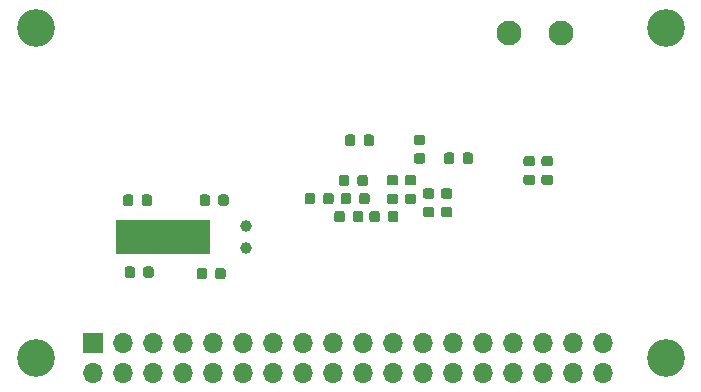
<source format=gbs>
G04 #@! TF.GenerationSoftware,KiCad,Pcbnew,(5.0.0)*
G04 #@! TF.CreationDate,2018-09-15T00:01:03-04:00*
G04 #@! TF.ProjectId,EFMPod,45464D506F642E6B696361645F706362,rev?*
G04 #@! TF.SameCoordinates,Original*
G04 #@! TF.FileFunction,Soldermask,Bot*
G04 #@! TF.FilePolarity,Negative*
%FSLAX46Y46*%
G04 Gerber Fmt 4.6, Leading zero omitted, Abs format (unit mm)*
G04 Created by KiCad (PCBNEW (5.0.0)) date 09/15/18 00:01:03*
%MOMM*%
%LPD*%
G01*
G04 APERTURE LIST*
%ADD10C,0.100000*%
%ADD11C,0.875000*%
%ADD12R,1.700000X1.700000*%
%ADD13O,1.700000X1.700000*%
%ADD14C,1.000000*%
%ADD15R,8.000000X3.000000*%
%ADD16C,2.100000*%
%ADD17C,3.200000*%
G04 APERTURE END LIST*
D10*
G04 #@! TO.C,C1*
G36*
X139330691Y-91347053D02*
X139351926Y-91350203D01*
X139372750Y-91355419D01*
X139392962Y-91362651D01*
X139412368Y-91371830D01*
X139430781Y-91382866D01*
X139448024Y-91395654D01*
X139463930Y-91410070D01*
X139478346Y-91425976D01*
X139491134Y-91443219D01*
X139502170Y-91461632D01*
X139511349Y-91481038D01*
X139518581Y-91501250D01*
X139523797Y-91522074D01*
X139526947Y-91543309D01*
X139528000Y-91564750D01*
X139528000Y-92077250D01*
X139526947Y-92098691D01*
X139523797Y-92119926D01*
X139518581Y-92140750D01*
X139511349Y-92160962D01*
X139502170Y-92180368D01*
X139491134Y-92198781D01*
X139478346Y-92216024D01*
X139463930Y-92231930D01*
X139448024Y-92246346D01*
X139430781Y-92259134D01*
X139412368Y-92270170D01*
X139392962Y-92279349D01*
X139372750Y-92286581D01*
X139351926Y-92291797D01*
X139330691Y-92294947D01*
X139309250Y-92296000D01*
X138871750Y-92296000D01*
X138850309Y-92294947D01*
X138829074Y-92291797D01*
X138808250Y-92286581D01*
X138788038Y-92279349D01*
X138768632Y-92270170D01*
X138750219Y-92259134D01*
X138732976Y-92246346D01*
X138717070Y-92231930D01*
X138702654Y-92216024D01*
X138689866Y-92198781D01*
X138678830Y-92180368D01*
X138669651Y-92160962D01*
X138662419Y-92140750D01*
X138657203Y-92119926D01*
X138654053Y-92098691D01*
X138653000Y-92077250D01*
X138653000Y-91564750D01*
X138654053Y-91543309D01*
X138657203Y-91522074D01*
X138662419Y-91501250D01*
X138669651Y-91481038D01*
X138678830Y-91461632D01*
X138689866Y-91443219D01*
X138702654Y-91425976D01*
X138717070Y-91410070D01*
X138732976Y-91395654D01*
X138750219Y-91382866D01*
X138768632Y-91371830D01*
X138788038Y-91362651D01*
X138808250Y-91355419D01*
X138829074Y-91350203D01*
X138850309Y-91347053D01*
X138871750Y-91346000D01*
X139309250Y-91346000D01*
X139330691Y-91347053D01*
X139330691Y-91347053D01*
G37*
D11*
X139090500Y-91821000D03*
D10*
G36*
X137755691Y-91347053D02*
X137776926Y-91350203D01*
X137797750Y-91355419D01*
X137817962Y-91362651D01*
X137837368Y-91371830D01*
X137855781Y-91382866D01*
X137873024Y-91395654D01*
X137888930Y-91410070D01*
X137903346Y-91425976D01*
X137916134Y-91443219D01*
X137927170Y-91461632D01*
X137936349Y-91481038D01*
X137943581Y-91501250D01*
X137948797Y-91522074D01*
X137951947Y-91543309D01*
X137953000Y-91564750D01*
X137953000Y-92077250D01*
X137951947Y-92098691D01*
X137948797Y-92119926D01*
X137943581Y-92140750D01*
X137936349Y-92160962D01*
X137927170Y-92180368D01*
X137916134Y-92198781D01*
X137903346Y-92216024D01*
X137888930Y-92231930D01*
X137873024Y-92246346D01*
X137855781Y-92259134D01*
X137837368Y-92270170D01*
X137817962Y-92279349D01*
X137797750Y-92286581D01*
X137776926Y-92291797D01*
X137755691Y-92294947D01*
X137734250Y-92296000D01*
X137296750Y-92296000D01*
X137275309Y-92294947D01*
X137254074Y-92291797D01*
X137233250Y-92286581D01*
X137213038Y-92279349D01*
X137193632Y-92270170D01*
X137175219Y-92259134D01*
X137157976Y-92246346D01*
X137142070Y-92231930D01*
X137127654Y-92216024D01*
X137114866Y-92198781D01*
X137103830Y-92180368D01*
X137094651Y-92160962D01*
X137087419Y-92140750D01*
X137082203Y-92119926D01*
X137079053Y-92098691D01*
X137078000Y-92077250D01*
X137078000Y-91564750D01*
X137079053Y-91543309D01*
X137082203Y-91522074D01*
X137087419Y-91501250D01*
X137094651Y-91481038D01*
X137103830Y-91461632D01*
X137114866Y-91443219D01*
X137127654Y-91425976D01*
X137142070Y-91410070D01*
X137157976Y-91395654D01*
X137175219Y-91382866D01*
X137193632Y-91371830D01*
X137213038Y-91362651D01*
X137233250Y-91355419D01*
X137254074Y-91350203D01*
X137275309Y-91347053D01*
X137296750Y-91346000D01*
X137734250Y-91346000D01*
X137755691Y-91347053D01*
X137755691Y-91347053D01*
G37*
D11*
X137515500Y-91821000D03*
G04 #@! TD*
D10*
G04 #@! TO.C,C5*
G36*
X163091691Y-86304553D02*
X163112926Y-86307703D01*
X163133750Y-86312919D01*
X163153962Y-86320151D01*
X163173368Y-86329330D01*
X163191781Y-86340366D01*
X163209024Y-86353154D01*
X163224930Y-86367570D01*
X163239346Y-86383476D01*
X163252134Y-86400719D01*
X163263170Y-86419132D01*
X163272349Y-86438538D01*
X163279581Y-86458750D01*
X163284797Y-86479574D01*
X163287947Y-86500809D01*
X163289000Y-86522250D01*
X163289000Y-86959750D01*
X163287947Y-86981191D01*
X163284797Y-87002426D01*
X163279581Y-87023250D01*
X163272349Y-87043462D01*
X163263170Y-87062868D01*
X163252134Y-87081281D01*
X163239346Y-87098524D01*
X163224930Y-87114430D01*
X163209024Y-87128846D01*
X163191781Y-87141634D01*
X163173368Y-87152670D01*
X163153962Y-87161849D01*
X163133750Y-87169081D01*
X163112926Y-87174297D01*
X163091691Y-87177447D01*
X163070250Y-87178500D01*
X162557750Y-87178500D01*
X162536309Y-87177447D01*
X162515074Y-87174297D01*
X162494250Y-87169081D01*
X162474038Y-87161849D01*
X162454632Y-87152670D01*
X162436219Y-87141634D01*
X162418976Y-87128846D01*
X162403070Y-87114430D01*
X162388654Y-87098524D01*
X162375866Y-87081281D01*
X162364830Y-87062868D01*
X162355651Y-87043462D01*
X162348419Y-87023250D01*
X162343203Y-87002426D01*
X162340053Y-86981191D01*
X162339000Y-86959750D01*
X162339000Y-86522250D01*
X162340053Y-86500809D01*
X162343203Y-86479574D01*
X162348419Y-86458750D01*
X162355651Y-86438538D01*
X162364830Y-86419132D01*
X162375866Y-86400719D01*
X162388654Y-86383476D01*
X162403070Y-86367570D01*
X162418976Y-86353154D01*
X162436219Y-86340366D01*
X162454632Y-86329330D01*
X162474038Y-86320151D01*
X162494250Y-86312919D01*
X162515074Y-86307703D01*
X162536309Y-86304553D01*
X162557750Y-86303500D01*
X163070250Y-86303500D01*
X163091691Y-86304553D01*
X163091691Y-86304553D01*
G37*
D11*
X162814000Y-86741000D03*
D10*
G36*
X163091691Y-84729553D02*
X163112926Y-84732703D01*
X163133750Y-84737919D01*
X163153962Y-84745151D01*
X163173368Y-84754330D01*
X163191781Y-84765366D01*
X163209024Y-84778154D01*
X163224930Y-84792570D01*
X163239346Y-84808476D01*
X163252134Y-84825719D01*
X163263170Y-84844132D01*
X163272349Y-84863538D01*
X163279581Y-84883750D01*
X163284797Y-84904574D01*
X163287947Y-84925809D01*
X163289000Y-84947250D01*
X163289000Y-85384750D01*
X163287947Y-85406191D01*
X163284797Y-85427426D01*
X163279581Y-85448250D01*
X163272349Y-85468462D01*
X163263170Y-85487868D01*
X163252134Y-85506281D01*
X163239346Y-85523524D01*
X163224930Y-85539430D01*
X163209024Y-85553846D01*
X163191781Y-85566634D01*
X163173368Y-85577670D01*
X163153962Y-85586849D01*
X163133750Y-85594081D01*
X163112926Y-85599297D01*
X163091691Y-85602447D01*
X163070250Y-85603500D01*
X162557750Y-85603500D01*
X162536309Y-85602447D01*
X162515074Y-85599297D01*
X162494250Y-85594081D01*
X162474038Y-85586849D01*
X162454632Y-85577670D01*
X162436219Y-85566634D01*
X162418976Y-85553846D01*
X162403070Y-85539430D01*
X162388654Y-85523524D01*
X162375866Y-85506281D01*
X162364830Y-85487868D01*
X162355651Y-85468462D01*
X162348419Y-85448250D01*
X162343203Y-85427426D01*
X162340053Y-85406191D01*
X162339000Y-85384750D01*
X162339000Y-84947250D01*
X162340053Y-84925809D01*
X162343203Y-84904574D01*
X162348419Y-84883750D01*
X162355651Y-84863538D01*
X162364830Y-84844132D01*
X162375866Y-84825719D01*
X162388654Y-84808476D01*
X162403070Y-84792570D01*
X162418976Y-84778154D01*
X162436219Y-84765366D01*
X162454632Y-84754330D01*
X162474038Y-84745151D01*
X162494250Y-84737919D01*
X162515074Y-84732703D01*
X162536309Y-84729553D01*
X162557750Y-84728500D01*
X163070250Y-84728500D01*
X163091691Y-84729553D01*
X163091691Y-84729553D01*
G37*
D11*
X162814000Y-85166000D03*
G04 #@! TD*
D10*
G04 #@! TO.C,C6*
G36*
X152995691Y-85124053D02*
X153016926Y-85127203D01*
X153037750Y-85132419D01*
X153057962Y-85139651D01*
X153077368Y-85148830D01*
X153095781Y-85159866D01*
X153113024Y-85172654D01*
X153128930Y-85187070D01*
X153143346Y-85202976D01*
X153156134Y-85220219D01*
X153167170Y-85238632D01*
X153176349Y-85258038D01*
X153183581Y-85278250D01*
X153188797Y-85299074D01*
X153191947Y-85320309D01*
X153193000Y-85341750D01*
X153193000Y-85854250D01*
X153191947Y-85875691D01*
X153188797Y-85896926D01*
X153183581Y-85917750D01*
X153176349Y-85937962D01*
X153167170Y-85957368D01*
X153156134Y-85975781D01*
X153143346Y-85993024D01*
X153128930Y-86008930D01*
X153113024Y-86023346D01*
X153095781Y-86036134D01*
X153077368Y-86047170D01*
X153057962Y-86056349D01*
X153037750Y-86063581D01*
X153016926Y-86068797D01*
X152995691Y-86071947D01*
X152974250Y-86073000D01*
X152536750Y-86073000D01*
X152515309Y-86071947D01*
X152494074Y-86068797D01*
X152473250Y-86063581D01*
X152453038Y-86056349D01*
X152433632Y-86047170D01*
X152415219Y-86036134D01*
X152397976Y-86023346D01*
X152382070Y-86008930D01*
X152367654Y-85993024D01*
X152354866Y-85975781D01*
X152343830Y-85957368D01*
X152334651Y-85937962D01*
X152327419Y-85917750D01*
X152322203Y-85896926D01*
X152319053Y-85875691D01*
X152318000Y-85854250D01*
X152318000Y-85341750D01*
X152319053Y-85320309D01*
X152322203Y-85299074D01*
X152327419Y-85278250D01*
X152334651Y-85258038D01*
X152343830Y-85238632D01*
X152354866Y-85220219D01*
X152367654Y-85202976D01*
X152382070Y-85187070D01*
X152397976Y-85172654D01*
X152415219Y-85159866D01*
X152433632Y-85148830D01*
X152453038Y-85139651D01*
X152473250Y-85132419D01*
X152494074Y-85127203D01*
X152515309Y-85124053D01*
X152536750Y-85123000D01*
X152974250Y-85123000D01*
X152995691Y-85124053D01*
X152995691Y-85124053D01*
G37*
D11*
X152755500Y-85598000D03*
D10*
G36*
X154570691Y-85124053D02*
X154591926Y-85127203D01*
X154612750Y-85132419D01*
X154632962Y-85139651D01*
X154652368Y-85148830D01*
X154670781Y-85159866D01*
X154688024Y-85172654D01*
X154703930Y-85187070D01*
X154718346Y-85202976D01*
X154731134Y-85220219D01*
X154742170Y-85238632D01*
X154751349Y-85258038D01*
X154758581Y-85278250D01*
X154763797Y-85299074D01*
X154766947Y-85320309D01*
X154768000Y-85341750D01*
X154768000Y-85854250D01*
X154766947Y-85875691D01*
X154763797Y-85896926D01*
X154758581Y-85917750D01*
X154751349Y-85937962D01*
X154742170Y-85957368D01*
X154731134Y-85975781D01*
X154718346Y-85993024D01*
X154703930Y-86008930D01*
X154688024Y-86023346D01*
X154670781Y-86036134D01*
X154652368Y-86047170D01*
X154632962Y-86056349D01*
X154612750Y-86063581D01*
X154591926Y-86068797D01*
X154570691Y-86071947D01*
X154549250Y-86073000D01*
X154111750Y-86073000D01*
X154090309Y-86071947D01*
X154069074Y-86068797D01*
X154048250Y-86063581D01*
X154028038Y-86056349D01*
X154008632Y-86047170D01*
X153990219Y-86036134D01*
X153972976Y-86023346D01*
X153957070Y-86008930D01*
X153942654Y-85993024D01*
X153929866Y-85975781D01*
X153918830Y-85957368D01*
X153909651Y-85937962D01*
X153902419Y-85917750D01*
X153897203Y-85896926D01*
X153894053Y-85875691D01*
X153893000Y-85854250D01*
X153893000Y-85341750D01*
X153894053Y-85320309D01*
X153897203Y-85299074D01*
X153902419Y-85278250D01*
X153909651Y-85258038D01*
X153918830Y-85238632D01*
X153929866Y-85220219D01*
X153942654Y-85202976D01*
X153957070Y-85187070D01*
X153972976Y-85172654D01*
X153990219Y-85159866D01*
X154008632Y-85148830D01*
X154028038Y-85139651D01*
X154048250Y-85132419D01*
X154069074Y-85127203D01*
X154090309Y-85124053D01*
X154111750Y-85123000D01*
X154549250Y-85123000D01*
X154570691Y-85124053D01*
X154570691Y-85124053D01*
G37*
D11*
X154330500Y-85598000D03*
G04 #@! TD*
D10*
G04 #@! TO.C,C7*
G36*
X160043691Y-85187053D02*
X160064926Y-85190203D01*
X160085750Y-85195419D01*
X160105962Y-85202651D01*
X160125368Y-85211830D01*
X160143781Y-85222866D01*
X160161024Y-85235654D01*
X160176930Y-85250070D01*
X160191346Y-85265976D01*
X160204134Y-85283219D01*
X160215170Y-85301632D01*
X160224349Y-85321038D01*
X160231581Y-85341250D01*
X160236797Y-85362074D01*
X160239947Y-85383309D01*
X160241000Y-85404750D01*
X160241000Y-85842250D01*
X160239947Y-85863691D01*
X160236797Y-85884926D01*
X160231581Y-85905750D01*
X160224349Y-85925962D01*
X160215170Y-85945368D01*
X160204134Y-85963781D01*
X160191346Y-85981024D01*
X160176930Y-85996930D01*
X160161024Y-86011346D01*
X160143781Y-86024134D01*
X160125368Y-86035170D01*
X160105962Y-86044349D01*
X160085750Y-86051581D01*
X160064926Y-86056797D01*
X160043691Y-86059947D01*
X160022250Y-86061000D01*
X159509750Y-86061000D01*
X159488309Y-86059947D01*
X159467074Y-86056797D01*
X159446250Y-86051581D01*
X159426038Y-86044349D01*
X159406632Y-86035170D01*
X159388219Y-86024134D01*
X159370976Y-86011346D01*
X159355070Y-85996930D01*
X159340654Y-85981024D01*
X159327866Y-85963781D01*
X159316830Y-85945368D01*
X159307651Y-85925962D01*
X159300419Y-85905750D01*
X159295203Y-85884926D01*
X159292053Y-85863691D01*
X159291000Y-85842250D01*
X159291000Y-85404750D01*
X159292053Y-85383309D01*
X159295203Y-85362074D01*
X159300419Y-85341250D01*
X159307651Y-85321038D01*
X159316830Y-85301632D01*
X159327866Y-85283219D01*
X159340654Y-85265976D01*
X159355070Y-85250070D01*
X159370976Y-85235654D01*
X159388219Y-85222866D01*
X159406632Y-85211830D01*
X159426038Y-85202651D01*
X159446250Y-85195419D01*
X159467074Y-85190203D01*
X159488309Y-85187053D01*
X159509750Y-85186000D01*
X160022250Y-85186000D01*
X160043691Y-85187053D01*
X160043691Y-85187053D01*
G37*
D11*
X159766000Y-85623500D03*
D10*
G36*
X160043691Y-83612053D02*
X160064926Y-83615203D01*
X160085750Y-83620419D01*
X160105962Y-83627651D01*
X160125368Y-83636830D01*
X160143781Y-83647866D01*
X160161024Y-83660654D01*
X160176930Y-83675070D01*
X160191346Y-83690976D01*
X160204134Y-83708219D01*
X160215170Y-83726632D01*
X160224349Y-83746038D01*
X160231581Y-83766250D01*
X160236797Y-83787074D01*
X160239947Y-83808309D01*
X160241000Y-83829750D01*
X160241000Y-84267250D01*
X160239947Y-84288691D01*
X160236797Y-84309926D01*
X160231581Y-84330750D01*
X160224349Y-84350962D01*
X160215170Y-84370368D01*
X160204134Y-84388781D01*
X160191346Y-84406024D01*
X160176930Y-84421930D01*
X160161024Y-84436346D01*
X160143781Y-84449134D01*
X160125368Y-84460170D01*
X160105962Y-84469349D01*
X160085750Y-84476581D01*
X160064926Y-84481797D01*
X160043691Y-84484947D01*
X160022250Y-84486000D01*
X159509750Y-84486000D01*
X159488309Y-84484947D01*
X159467074Y-84481797D01*
X159446250Y-84476581D01*
X159426038Y-84469349D01*
X159406632Y-84460170D01*
X159388219Y-84449134D01*
X159370976Y-84436346D01*
X159355070Y-84421930D01*
X159340654Y-84406024D01*
X159327866Y-84388781D01*
X159316830Y-84370368D01*
X159307651Y-84350962D01*
X159300419Y-84330750D01*
X159295203Y-84309926D01*
X159292053Y-84288691D01*
X159291000Y-84267250D01*
X159291000Y-83829750D01*
X159292053Y-83808309D01*
X159295203Y-83787074D01*
X159300419Y-83766250D01*
X159307651Y-83746038D01*
X159316830Y-83726632D01*
X159327866Y-83708219D01*
X159340654Y-83690976D01*
X159355070Y-83675070D01*
X159370976Y-83660654D01*
X159388219Y-83647866D01*
X159406632Y-83636830D01*
X159426038Y-83627651D01*
X159446250Y-83620419D01*
X159467074Y-83615203D01*
X159488309Y-83612053D01*
X159509750Y-83611000D01*
X160022250Y-83611000D01*
X160043691Y-83612053D01*
X160043691Y-83612053D01*
G37*
D11*
X159766000Y-84048500D03*
G04 #@! TD*
D10*
G04 #@! TO.C,C8*
G36*
X161567691Y-83612053D02*
X161588926Y-83615203D01*
X161609750Y-83620419D01*
X161629962Y-83627651D01*
X161649368Y-83636830D01*
X161667781Y-83647866D01*
X161685024Y-83660654D01*
X161700930Y-83675070D01*
X161715346Y-83690976D01*
X161728134Y-83708219D01*
X161739170Y-83726632D01*
X161748349Y-83746038D01*
X161755581Y-83766250D01*
X161760797Y-83787074D01*
X161763947Y-83808309D01*
X161765000Y-83829750D01*
X161765000Y-84267250D01*
X161763947Y-84288691D01*
X161760797Y-84309926D01*
X161755581Y-84330750D01*
X161748349Y-84350962D01*
X161739170Y-84370368D01*
X161728134Y-84388781D01*
X161715346Y-84406024D01*
X161700930Y-84421930D01*
X161685024Y-84436346D01*
X161667781Y-84449134D01*
X161649368Y-84460170D01*
X161629962Y-84469349D01*
X161609750Y-84476581D01*
X161588926Y-84481797D01*
X161567691Y-84484947D01*
X161546250Y-84486000D01*
X161033750Y-84486000D01*
X161012309Y-84484947D01*
X160991074Y-84481797D01*
X160970250Y-84476581D01*
X160950038Y-84469349D01*
X160930632Y-84460170D01*
X160912219Y-84449134D01*
X160894976Y-84436346D01*
X160879070Y-84421930D01*
X160864654Y-84406024D01*
X160851866Y-84388781D01*
X160840830Y-84370368D01*
X160831651Y-84350962D01*
X160824419Y-84330750D01*
X160819203Y-84309926D01*
X160816053Y-84288691D01*
X160815000Y-84267250D01*
X160815000Y-83829750D01*
X160816053Y-83808309D01*
X160819203Y-83787074D01*
X160824419Y-83766250D01*
X160831651Y-83746038D01*
X160840830Y-83726632D01*
X160851866Y-83708219D01*
X160864654Y-83690976D01*
X160879070Y-83675070D01*
X160894976Y-83660654D01*
X160912219Y-83647866D01*
X160930632Y-83636830D01*
X160950038Y-83627651D01*
X160970250Y-83620419D01*
X160991074Y-83615203D01*
X161012309Y-83612053D01*
X161033750Y-83611000D01*
X161546250Y-83611000D01*
X161567691Y-83612053D01*
X161567691Y-83612053D01*
G37*
D11*
X161290000Y-84048500D03*
D10*
G36*
X161567691Y-85187053D02*
X161588926Y-85190203D01*
X161609750Y-85195419D01*
X161629962Y-85202651D01*
X161649368Y-85211830D01*
X161667781Y-85222866D01*
X161685024Y-85235654D01*
X161700930Y-85250070D01*
X161715346Y-85265976D01*
X161728134Y-85283219D01*
X161739170Y-85301632D01*
X161748349Y-85321038D01*
X161755581Y-85341250D01*
X161760797Y-85362074D01*
X161763947Y-85383309D01*
X161765000Y-85404750D01*
X161765000Y-85842250D01*
X161763947Y-85863691D01*
X161760797Y-85884926D01*
X161755581Y-85905750D01*
X161748349Y-85925962D01*
X161739170Y-85945368D01*
X161728134Y-85963781D01*
X161715346Y-85981024D01*
X161700930Y-85996930D01*
X161685024Y-86011346D01*
X161667781Y-86024134D01*
X161649368Y-86035170D01*
X161629962Y-86044349D01*
X161609750Y-86051581D01*
X161588926Y-86056797D01*
X161567691Y-86059947D01*
X161546250Y-86061000D01*
X161033750Y-86061000D01*
X161012309Y-86059947D01*
X160991074Y-86056797D01*
X160970250Y-86051581D01*
X160950038Y-86044349D01*
X160930632Y-86035170D01*
X160912219Y-86024134D01*
X160894976Y-86011346D01*
X160879070Y-85996930D01*
X160864654Y-85981024D01*
X160851866Y-85963781D01*
X160840830Y-85945368D01*
X160831651Y-85925962D01*
X160824419Y-85905750D01*
X160819203Y-85884926D01*
X160816053Y-85863691D01*
X160815000Y-85842250D01*
X160815000Y-85404750D01*
X160816053Y-85383309D01*
X160819203Y-85362074D01*
X160824419Y-85341250D01*
X160831651Y-85321038D01*
X160840830Y-85301632D01*
X160851866Y-85283219D01*
X160864654Y-85265976D01*
X160879070Y-85250070D01*
X160894976Y-85235654D01*
X160912219Y-85222866D01*
X160930632Y-85211830D01*
X160950038Y-85202651D01*
X160970250Y-85195419D01*
X160991074Y-85190203D01*
X161012309Y-85187053D01*
X161033750Y-85186000D01*
X161546250Y-85186000D01*
X161567691Y-85187053D01*
X161567691Y-85187053D01*
G37*
D11*
X161290000Y-85623500D03*
G04 #@! TD*
D10*
G04 #@! TO.C,C9*
G36*
X155510191Y-86648053D02*
X155531426Y-86651203D01*
X155552250Y-86656419D01*
X155572462Y-86663651D01*
X155591868Y-86672830D01*
X155610281Y-86683866D01*
X155627524Y-86696654D01*
X155643430Y-86711070D01*
X155657846Y-86726976D01*
X155670634Y-86744219D01*
X155681670Y-86762632D01*
X155690849Y-86782038D01*
X155698081Y-86802250D01*
X155703297Y-86823074D01*
X155706447Y-86844309D01*
X155707500Y-86865750D01*
X155707500Y-87378250D01*
X155706447Y-87399691D01*
X155703297Y-87420926D01*
X155698081Y-87441750D01*
X155690849Y-87461962D01*
X155681670Y-87481368D01*
X155670634Y-87499781D01*
X155657846Y-87517024D01*
X155643430Y-87532930D01*
X155627524Y-87547346D01*
X155610281Y-87560134D01*
X155591868Y-87571170D01*
X155572462Y-87580349D01*
X155552250Y-87587581D01*
X155531426Y-87592797D01*
X155510191Y-87595947D01*
X155488750Y-87597000D01*
X155051250Y-87597000D01*
X155029809Y-87595947D01*
X155008574Y-87592797D01*
X154987750Y-87587581D01*
X154967538Y-87580349D01*
X154948132Y-87571170D01*
X154929719Y-87560134D01*
X154912476Y-87547346D01*
X154896570Y-87532930D01*
X154882154Y-87517024D01*
X154869366Y-87499781D01*
X154858330Y-87481368D01*
X154849151Y-87461962D01*
X154841919Y-87441750D01*
X154836703Y-87420926D01*
X154833553Y-87399691D01*
X154832500Y-87378250D01*
X154832500Y-86865750D01*
X154833553Y-86844309D01*
X154836703Y-86823074D01*
X154841919Y-86802250D01*
X154849151Y-86782038D01*
X154858330Y-86762632D01*
X154869366Y-86744219D01*
X154882154Y-86726976D01*
X154896570Y-86711070D01*
X154912476Y-86696654D01*
X154929719Y-86683866D01*
X154948132Y-86672830D01*
X154967538Y-86663651D01*
X154987750Y-86656419D01*
X155008574Y-86651203D01*
X155029809Y-86648053D01*
X155051250Y-86647000D01*
X155488750Y-86647000D01*
X155510191Y-86648053D01*
X155510191Y-86648053D01*
G37*
D11*
X155270000Y-87122000D03*
D10*
G36*
X157085191Y-86648053D02*
X157106426Y-86651203D01*
X157127250Y-86656419D01*
X157147462Y-86663651D01*
X157166868Y-86672830D01*
X157185281Y-86683866D01*
X157202524Y-86696654D01*
X157218430Y-86711070D01*
X157232846Y-86726976D01*
X157245634Y-86744219D01*
X157256670Y-86762632D01*
X157265849Y-86782038D01*
X157273081Y-86802250D01*
X157278297Y-86823074D01*
X157281447Y-86844309D01*
X157282500Y-86865750D01*
X157282500Y-87378250D01*
X157281447Y-87399691D01*
X157278297Y-87420926D01*
X157273081Y-87441750D01*
X157265849Y-87461962D01*
X157256670Y-87481368D01*
X157245634Y-87499781D01*
X157232846Y-87517024D01*
X157218430Y-87532930D01*
X157202524Y-87547346D01*
X157185281Y-87560134D01*
X157166868Y-87571170D01*
X157147462Y-87580349D01*
X157127250Y-87587581D01*
X157106426Y-87592797D01*
X157085191Y-87595947D01*
X157063750Y-87597000D01*
X156626250Y-87597000D01*
X156604809Y-87595947D01*
X156583574Y-87592797D01*
X156562750Y-87587581D01*
X156542538Y-87580349D01*
X156523132Y-87571170D01*
X156504719Y-87560134D01*
X156487476Y-87547346D01*
X156471570Y-87532930D01*
X156457154Y-87517024D01*
X156444366Y-87499781D01*
X156433330Y-87481368D01*
X156424151Y-87461962D01*
X156416919Y-87441750D01*
X156411703Y-87420926D01*
X156408553Y-87399691D01*
X156407500Y-87378250D01*
X156407500Y-86865750D01*
X156408553Y-86844309D01*
X156411703Y-86823074D01*
X156416919Y-86802250D01*
X156424151Y-86782038D01*
X156433330Y-86762632D01*
X156444366Y-86744219D01*
X156457154Y-86726976D01*
X156471570Y-86711070D01*
X156487476Y-86696654D01*
X156504719Y-86683866D01*
X156523132Y-86672830D01*
X156542538Y-86663651D01*
X156562750Y-86656419D01*
X156583574Y-86651203D01*
X156604809Y-86648053D01*
X156626250Y-86647000D01*
X157063750Y-86647000D01*
X157085191Y-86648053D01*
X157085191Y-86648053D01*
G37*
D11*
X156845000Y-87122000D03*
G04 #@! TD*
D10*
G04 #@! TO.C,C10*
G36*
X157999691Y-80171053D02*
X158020926Y-80174203D01*
X158041750Y-80179419D01*
X158061962Y-80186651D01*
X158081368Y-80195830D01*
X158099781Y-80206866D01*
X158117024Y-80219654D01*
X158132930Y-80234070D01*
X158147346Y-80249976D01*
X158160134Y-80267219D01*
X158171170Y-80285632D01*
X158180349Y-80305038D01*
X158187581Y-80325250D01*
X158192797Y-80346074D01*
X158195947Y-80367309D01*
X158197000Y-80388750D01*
X158197000Y-80901250D01*
X158195947Y-80922691D01*
X158192797Y-80943926D01*
X158187581Y-80964750D01*
X158180349Y-80984962D01*
X158171170Y-81004368D01*
X158160134Y-81022781D01*
X158147346Y-81040024D01*
X158132930Y-81055930D01*
X158117024Y-81070346D01*
X158099781Y-81083134D01*
X158081368Y-81094170D01*
X158061962Y-81103349D01*
X158041750Y-81110581D01*
X158020926Y-81115797D01*
X157999691Y-81118947D01*
X157978250Y-81120000D01*
X157540750Y-81120000D01*
X157519309Y-81118947D01*
X157498074Y-81115797D01*
X157477250Y-81110581D01*
X157457038Y-81103349D01*
X157437632Y-81094170D01*
X157419219Y-81083134D01*
X157401976Y-81070346D01*
X157386070Y-81055930D01*
X157371654Y-81040024D01*
X157358866Y-81022781D01*
X157347830Y-81004368D01*
X157338651Y-80984962D01*
X157331419Y-80964750D01*
X157326203Y-80943926D01*
X157323053Y-80922691D01*
X157322000Y-80901250D01*
X157322000Y-80388750D01*
X157323053Y-80367309D01*
X157326203Y-80346074D01*
X157331419Y-80325250D01*
X157338651Y-80305038D01*
X157347830Y-80285632D01*
X157358866Y-80267219D01*
X157371654Y-80249976D01*
X157386070Y-80234070D01*
X157401976Y-80219654D01*
X157419219Y-80206866D01*
X157437632Y-80195830D01*
X157457038Y-80186651D01*
X157477250Y-80179419D01*
X157498074Y-80174203D01*
X157519309Y-80171053D01*
X157540750Y-80170000D01*
X157978250Y-80170000D01*
X157999691Y-80171053D01*
X157999691Y-80171053D01*
G37*
D11*
X157759500Y-80645000D03*
D10*
G36*
X156424691Y-80171053D02*
X156445926Y-80174203D01*
X156466750Y-80179419D01*
X156486962Y-80186651D01*
X156506368Y-80195830D01*
X156524781Y-80206866D01*
X156542024Y-80219654D01*
X156557930Y-80234070D01*
X156572346Y-80249976D01*
X156585134Y-80267219D01*
X156596170Y-80285632D01*
X156605349Y-80305038D01*
X156612581Y-80325250D01*
X156617797Y-80346074D01*
X156620947Y-80367309D01*
X156622000Y-80388750D01*
X156622000Y-80901250D01*
X156620947Y-80922691D01*
X156617797Y-80943926D01*
X156612581Y-80964750D01*
X156605349Y-80984962D01*
X156596170Y-81004368D01*
X156585134Y-81022781D01*
X156572346Y-81040024D01*
X156557930Y-81055930D01*
X156542024Y-81070346D01*
X156524781Y-81083134D01*
X156506368Y-81094170D01*
X156486962Y-81103349D01*
X156466750Y-81110581D01*
X156445926Y-81115797D01*
X156424691Y-81118947D01*
X156403250Y-81120000D01*
X155965750Y-81120000D01*
X155944309Y-81118947D01*
X155923074Y-81115797D01*
X155902250Y-81110581D01*
X155882038Y-81103349D01*
X155862632Y-81094170D01*
X155844219Y-81083134D01*
X155826976Y-81070346D01*
X155811070Y-81055930D01*
X155796654Y-81040024D01*
X155783866Y-81022781D01*
X155772830Y-81004368D01*
X155763651Y-80984962D01*
X155756419Y-80964750D01*
X155751203Y-80943926D01*
X155748053Y-80922691D01*
X155747000Y-80901250D01*
X155747000Y-80388750D01*
X155748053Y-80367309D01*
X155751203Y-80346074D01*
X155756419Y-80325250D01*
X155763651Y-80305038D01*
X155772830Y-80285632D01*
X155783866Y-80267219D01*
X155796654Y-80249976D01*
X155811070Y-80234070D01*
X155826976Y-80219654D01*
X155844219Y-80206866D01*
X155862632Y-80195830D01*
X155882038Y-80186651D01*
X155902250Y-80179419D01*
X155923074Y-80174203D01*
X155944309Y-80171053D01*
X155965750Y-80170000D01*
X156403250Y-80170000D01*
X156424691Y-80171053D01*
X156424691Y-80171053D01*
G37*
D11*
X156184500Y-80645000D03*
G04 #@! TD*
D10*
G04 #@! TO.C,C11*
G36*
X166381691Y-81695053D02*
X166402926Y-81698203D01*
X166423750Y-81703419D01*
X166443962Y-81710651D01*
X166463368Y-81719830D01*
X166481781Y-81730866D01*
X166499024Y-81743654D01*
X166514930Y-81758070D01*
X166529346Y-81773976D01*
X166542134Y-81791219D01*
X166553170Y-81809632D01*
X166562349Y-81829038D01*
X166569581Y-81849250D01*
X166574797Y-81870074D01*
X166577947Y-81891309D01*
X166579000Y-81912750D01*
X166579000Y-82425250D01*
X166577947Y-82446691D01*
X166574797Y-82467926D01*
X166569581Y-82488750D01*
X166562349Y-82508962D01*
X166553170Y-82528368D01*
X166542134Y-82546781D01*
X166529346Y-82564024D01*
X166514930Y-82579930D01*
X166499024Y-82594346D01*
X166481781Y-82607134D01*
X166463368Y-82618170D01*
X166443962Y-82627349D01*
X166423750Y-82634581D01*
X166402926Y-82639797D01*
X166381691Y-82642947D01*
X166360250Y-82644000D01*
X165922750Y-82644000D01*
X165901309Y-82642947D01*
X165880074Y-82639797D01*
X165859250Y-82634581D01*
X165839038Y-82627349D01*
X165819632Y-82618170D01*
X165801219Y-82607134D01*
X165783976Y-82594346D01*
X165768070Y-82579930D01*
X165753654Y-82564024D01*
X165740866Y-82546781D01*
X165729830Y-82528368D01*
X165720651Y-82508962D01*
X165713419Y-82488750D01*
X165708203Y-82467926D01*
X165705053Y-82446691D01*
X165704000Y-82425250D01*
X165704000Y-81912750D01*
X165705053Y-81891309D01*
X165708203Y-81870074D01*
X165713419Y-81849250D01*
X165720651Y-81829038D01*
X165729830Y-81809632D01*
X165740866Y-81791219D01*
X165753654Y-81773976D01*
X165768070Y-81758070D01*
X165783976Y-81743654D01*
X165801219Y-81730866D01*
X165819632Y-81719830D01*
X165839038Y-81710651D01*
X165859250Y-81703419D01*
X165880074Y-81698203D01*
X165901309Y-81695053D01*
X165922750Y-81694000D01*
X166360250Y-81694000D01*
X166381691Y-81695053D01*
X166381691Y-81695053D01*
G37*
D11*
X166141500Y-82169000D03*
D10*
G36*
X164806691Y-81695053D02*
X164827926Y-81698203D01*
X164848750Y-81703419D01*
X164868962Y-81710651D01*
X164888368Y-81719830D01*
X164906781Y-81730866D01*
X164924024Y-81743654D01*
X164939930Y-81758070D01*
X164954346Y-81773976D01*
X164967134Y-81791219D01*
X164978170Y-81809632D01*
X164987349Y-81829038D01*
X164994581Y-81849250D01*
X164999797Y-81870074D01*
X165002947Y-81891309D01*
X165004000Y-81912750D01*
X165004000Y-82425250D01*
X165002947Y-82446691D01*
X164999797Y-82467926D01*
X164994581Y-82488750D01*
X164987349Y-82508962D01*
X164978170Y-82528368D01*
X164967134Y-82546781D01*
X164954346Y-82564024D01*
X164939930Y-82579930D01*
X164924024Y-82594346D01*
X164906781Y-82607134D01*
X164888368Y-82618170D01*
X164868962Y-82627349D01*
X164848750Y-82634581D01*
X164827926Y-82639797D01*
X164806691Y-82642947D01*
X164785250Y-82644000D01*
X164347750Y-82644000D01*
X164326309Y-82642947D01*
X164305074Y-82639797D01*
X164284250Y-82634581D01*
X164264038Y-82627349D01*
X164244632Y-82618170D01*
X164226219Y-82607134D01*
X164208976Y-82594346D01*
X164193070Y-82579930D01*
X164178654Y-82564024D01*
X164165866Y-82546781D01*
X164154830Y-82528368D01*
X164145651Y-82508962D01*
X164138419Y-82488750D01*
X164133203Y-82467926D01*
X164130053Y-82446691D01*
X164129000Y-82425250D01*
X164129000Y-81912750D01*
X164130053Y-81891309D01*
X164133203Y-81870074D01*
X164138419Y-81849250D01*
X164145651Y-81829038D01*
X164154830Y-81809632D01*
X164165866Y-81791219D01*
X164178654Y-81773976D01*
X164193070Y-81758070D01*
X164208976Y-81743654D01*
X164226219Y-81730866D01*
X164244632Y-81719830D01*
X164264038Y-81710651D01*
X164284250Y-81703419D01*
X164305074Y-81698203D01*
X164326309Y-81695053D01*
X164347750Y-81694000D01*
X164785250Y-81694000D01*
X164806691Y-81695053D01*
X164806691Y-81695053D01*
G37*
D11*
X164566500Y-82169000D03*
G04 #@! TD*
D10*
G04 #@! TO.C,C12*
G36*
X157618691Y-85124053D02*
X157639926Y-85127203D01*
X157660750Y-85132419D01*
X157680962Y-85139651D01*
X157700368Y-85148830D01*
X157718781Y-85159866D01*
X157736024Y-85172654D01*
X157751930Y-85187070D01*
X157766346Y-85202976D01*
X157779134Y-85220219D01*
X157790170Y-85238632D01*
X157799349Y-85258038D01*
X157806581Y-85278250D01*
X157811797Y-85299074D01*
X157814947Y-85320309D01*
X157816000Y-85341750D01*
X157816000Y-85854250D01*
X157814947Y-85875691D01*
X157811797Y-85896926D01*
X157806581Y-85917750D01*
X157799349Y-85937962D01*
X157790170Y-85957368D01*
X157779134Y-85975781D01*
X157766346Y-85993024D01*
X157751930Y-86008930D01*
X157736024Y-86023346D01*
X157718781Y-86036134D01*
X157700368Y-86047170D01*
X157680962Y-86056349D01*
X157660750Y-86063581D01*
X157639926Y-86068797D01*
X157618691Y-86071947D01*
X157597250Y-86073000D01*
X157159750Y-86073000D01*
X157138309Y-86071947D01*
X157117074Y-86068797D01*
X157096250Y-86063581D01*
X157076038Y-86056349D01*
X157056632Y-86047170D01*
X157038219Y-86036134D01*
X157020976Y-86023346D01*
X157005070Y-86008930D01*
X156990654Y-85993024D01*
X156977866Y-85975781D01*
X156966830Y-85957368D01*
X156957651Y-85937962D01*
X156950419Y-85917750D01*
X156945203Y-85896926D01*
X156942053Y-85875691D01*
X156941000Y-85854250D01*
X156941000Y-85341750D01*
X156942053Y-85320309D01*
X156945203Y-85299074D01*
X156950419Y-85278250D01*
X156957651Y-85258038D01*
X156966830Y-85238632D01*
X156977866Y-85220219D01*
X156990654Y-85202976D01*
X157005070Y-85187070D01*
X157020976Y-85172654D01*
X157038219Y-85159866D01*
X157056632Y-85148830D01*
X157076038Y-85139651D01*
X157096250Y-85132419D01*
X157117074Y-85127203D01*
X157138309Y-85124053D01*
X157159750Y-85123000D01*
X157597250Y-85123000D01*
X157618691Y-85124053D01*
X157618691Y-85124053D01*
G37*
D11*
X157378500Y-85598000D03*
D10*
G36*
X156043691Y-85124053D02*
X156064926Y-85127203D01*
X156085750Y-85132419D01*
X156105962Y-85139651D01*
X156125368Y-85148830D01*
X156143781Y-85159866D01*
X156161024Y-85172654D01*
X156176930Y-85187070D01*
X156191346Y-85202976D01*
X156204134Y-85220219D01*
X156215170Y-85238632D01*
X156224349Y-85258038D01*
X156231581Y-85278250D01*
X156236797Y-85299074D01*
X156239947Y-85320309D01*
X156241000Y-85341750D01*
X156241000Y-85854250D01*
X156239947Y-85875691D01*
X156236797Y-85896926D01*
X156231581Y-85917750D01*
X156224349Y-85937962D01*
X156215170Y-85957368D01*
X156204134Y-85975781D01*
X156191346Y-85993024D01*
X156176930Y-86008930D01*
X156161024Y-86023346D01*
X156143781Y-86036134D01*
X156125368Y-86047170D01*
X156105962Y-86056349D01*
X156085750Y-86063581D01*
X156064926Y-86068797D01*
X156043691Y-86071947D01*
X156022250Y-86073000D01*
X155584750Y-86073000D01*
X155563309Y-86071947D01*
X155542074Y-86068797D01*
X155521250Y-86063581D01*
X155501038Y-86056349D01*
X155481632Y-86047170D01*
X155463219Y-86036134D01*
X155445976Y-86023346D01*
X155430070Y-86008930D01*
X155415654Y-85993024D01*
X155402866Y-85975781D01*
X155391830Y-85957368D01*
X155382651Y-85937962D01*
X155375419Y-85917750D01*
X155370203Y-85896926D01*
X155367053Y-85875691D01*
X155366000Y-85854250D01*
X155366000Y-85341750D01*
X155367053Y-85320309D01*
X155370203Y-85299074D01*
X155375419Y-85278250D01*
X155382651Y-85258038D01*
X155391830Y-85238632D01*
X155402866Y-85220219D01*
X155415654Y-85202976D01*
X155430070Y-85187070D01*
X155445976Y-85172654D01*
X155463219Y-85159866D01*
X155481632Y-85148830D01*
X155501038Y-85139651D01*
X155521250Y-85132419D01*
X155542074Y-85127203D01*
X155563309Y-85124053D01*
X155584750Y-85123000D01*
X156022250Y-85123000D01*
X156043691Y-85124053D01*
X156043691Y-85124053D01*
G37*
D11*
X155803500Y-85598000D03*
G04 #@! TD*
D10*
G04 #@! TO.C,C13*
G36*
X155891191Y-83600053D02*
X155912426Y-83603203D01*
X155933250Y-83608419D01*
X155953462Y-83615651D01*
X155972868Y-83624830D01*
X155991281Y-83635866D01*
X156008524Y-83648654D01*
X156024430Y-83663070D01*
X156038846Y-83678976D01*
X156051634Y-83696219D01*
X156062670Y-83714632D01*
X156071849Y-83734038D01*
X156079081Y-83754250D01*
X156084297Y-83775074D01*
X156087447Y-83796309D01*
X156088500Y-83817750D01*
X156088500Y-84330250D01*
X156087447Y-84351691D01*
X156084297Y-84372926D01*
X156079081Y-84393750D01*
X156071849Y-84413962D01*
X156062670Y-84433368D01*
X156051634Y-84451781D01*
X156038846Y-84469024D01*
X156024430Y-84484930D01*
X156008524Y-84499346D01*
X155991281Y-84512134D01*
X155972868Y-84523170D01*
X155953462Y-84532349D01*
X155933250Y-84539581D01*
X155912426Y-84544797D01*
X155891191Y-84547947D01*
X155869750Y-84549000D01*
X155432250Y-84549000D01*
X155410809Y-84547947D01*
X155389574Y-84544797D01*
X155368750Y-84539581D01*
X155348538Y-84532349D01*
X155329132Y-84523170D01*
X155310719Y-84512134D01*
X155293476Y-84499346D01*
X155277570Y-84484930D01*
X155263154Y-84469024D01*
X155250366Y-84451781D01*
X155239330Y-84433368D01*
X155230151Y-84413962D01*
X155222919Y-84393750D01*
X155217703Y-84372926D01*
X155214553Y-84351691D01*
X155213500Y-84330250D01*
X155213500Y-83817750D01*
X155214553Y-83796309D01*
X155217703Y-83775074D01*
X155222919Y-83754250D01*
X155230151Y-83734038D01*
X155239330Y-83714632D01*
X155250366Y-83696219D01*
X155263154Y-83678976D01*
X155277570Y-83663070D01*
X155293476Y-83648654D01*
X155310719Y-83635866D01*
X155329132Y-83624830D01*
X155348538Y-83615651D01*
X155368750Y-83608419D01*
X155389574Y-83603203D01*
X155410809Y-83600053D01*
X155432250Y-83599000D01*
X155869750Y-83599000D01*
X155891191Y-83600053D01*
X155891191Y-83600053D01*
G37*
D11*
X155651000Y-84074000D03*
D10*
G36*
X157466191Y-83600053D02*
X157487426Y-83603203D01*
X157508250Y-83608419D01*
X157528462Y-83615651D01*
X157547868Y-83624830D01*
X157566281Y-83635866D01*
X157583524Y-83648654D01*
X157599430Y-83663070D01*
X157613846Y-83678976D01*
X157626634Y-83696219D01*
X157637670Y-83714632D01*
X157646849Y-83734038D01*
X157654081Y-83754250D01*
X157659297Y-83775074D01*
X157662447Y-83796309D01*
X157663500Y-83817750D01*
X157663500Y-84330250D01*
X157662447Y-84351691D01*
X157659297Y-84372926D01*
X157654081Y-84393750D01*
X157646849Y-84413962D01*
X157637670Y-84433368D01*
X157626634Y-84451781D01*
X157613846Y-84469024D01*
X157599430Y-84484930D01*
X157583524Y-84499346D01*
X157566281Y-84512134D01*
X157547868Y-84523170D01*
X157528462Y-84532349D01*
X157508250Y-84539581D01*
X157487426Y-84544797D01*
X157466191Y-84547947D01*
X157444750Y-84549000D01*
X157007250Y-84549000D01*
X156985809Y-84547947D01*
X156964574Y-84544797D01*
X156943750Y-84539581D01*
X156923538Y-84532349D01*
X156904132Y-84523170D01*
X156885719Y-84512134D01*
X156868476Y-84499346D01*
X156852570Y-84484930D01*
X156838154Y-84469024D01*
X156825366Y-84451781D01*
X156814330Y-84433368D01*
X156805151Y-84413962D01*
X156797919Y-84393750D01*
X156792703Y-84372926D01*
X156789553Y-84351691D01*
X156788500Y-84330250D01*
X156788500Y-83817750D01*
X156789553Y-83796309D01*
X156792703Y-83775074D01*
X156797919Y-83754250D01*
X156805151Y-83734038D01*
X156814330Y-83714632D01*
X156825366Y-83696219D01*
X156838154Y-83678976D01*
X156852570Y-83663070D01*
X156868476Y-83648654D01*
X156885719Y-83635866D01*
X156904132Y-83624830D01*
X156923538Y-83615651D01*
X156943750Y-83608419D01*
X156964574Y-83603203D01*
X156985809Y-83600053D01*
X157007250Y-83599000D01*
X157444750Y-83599000D01*
X157466191Y-83600053D01*
X157466191Y-83600053D01*
G37*
D11*
X157226000Y-84074000D03*
G04 #@! TD*
D10*
G04 #@! TO.C,C14*
G36*
X164615691Y-84729553D02*
X164636926Y-84732703D01*
X164657750Y-84737919D01*
X164677962Y-84745151D01*
X164697368Y-84754330D01*
X164715781Y-84765366D01*
X164733024Y-84778154D01*
X164748930Y-84792570D01*
X164763346Y-84808476D01*
X164776134Y-84825719D01*
X164787170Y-84844132D01*
X164796349Y-84863538D01*
X164803581Y-84883750D01*
X164808797Y-84904574D01*
X164811947Y-84925809D01*
X164813000Y-84947250D01*
X164813000Y-85384750D01*
X164811947Y-85406191D01*
X164808797Y-85427426D01*
X164803581Y-85448250D01*
X164796349Y-85468462D01*
X164787170Y-85487868D01*
X164776134Y-85506281D01*
X164763346Y-85523524D01*
X164748930Y-85539430D01*
X164733024Y-85553846D01*
X164715781Y-85566634D01*
X164697368Y-85577670D01*
X164677962Y-85586849D01*
X164657750Y-85594081D01*
X164636926Y-85599297D01*
X164615691Y-85602447D01*
X164594250Y-85603500D01*
X164081750Y-85603500D01*
X164060309Y-85602447D01*
X164039074Y-85599297D01*
X164018250Y-85594081D01*
X163998038Y-85586849D01*
X163978632Y-85577670D01*
X163960219Y-85566634D01*
X163942976Y-85553846D01*
X163927070Y-85539430D01*
X163912654Y-85523524D01*
X163899866Y-85506281D01*
X163888830Y-85487868D01*
X163879651Y-85468462D01*
X163872419Y-85448250D01*
X163867203Y-85427426D01*
X163864053Y-85406191D01*
X163863000Y-85384750D01*
X163863000Y-84947250D01*
X163864053Y-84925809D01*
X163867203Y-84904574D01*
X163872419Y-84883750D01*
X163879651Y-84863538D01*
X163888830Y-84844132D01*
X163899866Y-84825719D01*
X163912654Y-84808476D01*
X163927070Y-84792570D01*
X163942976Y-84778154D01*
X163960219Y-84765366D01*
X163978632Y-84754330D01*
X163998038Y-84745151D01*
X164018250Y-84737919D01*
X164039074Y-84732703D01*
X164060309Y-84729553D01*
X164081750Y-84728500D01*
X164594250Y-84728500D01*
X164615691Y-84729553D01*
X164615691Y-84729553D01*
G37*
D11*
X164338000Y-85166000D03*
D10*
G36*
X164615691Y-86304553D02*
X164636926Y-86307703D01*
X164657750Y-86312919D01*
X164677962Y-86320151D01*
X164697368Y-86329330D01*
X164715781Y-86340366D01*
X164733024Y-86353154D01*
X164748930Y-86367570D01*
X164763346Y-86383476D01*
X164776134Y-86400719D01*
X164787170Y-86419132D01*
X164796349Y-86438538D01*
X164803581Y-86458750D01*
X164808797Y-86479574D01*
X164811947Y-86500809D01*
X164813000Y-86522250D01*
X164813000Y-86959750D01*
X164811947Y-86981191D01*
X164808797Y-87002426D01*
X164803581Y-87023250D01*
X164796349Y-87043462D01*
X164787170Y-87062868D01*
X164776134Y-87081281D01*
X164763346Y-87098524D01*
X164748930Y-87114430D01*
X164733024Y-87128846D01*
X164715781Y-87141634D01*
X164697368Y-87152670D01*
X164677962Y-87161849D01*
X164657750Y-87169081D01*
X164636926Y-87174297D01*
X164615691Y-87177447D01*
X164594250Y-87178500D01*
X164081750Y-87178500D01*
X164060309Y-87177447D01*
X164039074Y-87174297D01*
X164018250Y-87169081D01*
X163998038Y-87161849D01*
X163978632Y-87152670D01*
X163960219Y-87141634D01*
X163942976Y-87128846D01*
X163927070Y-87114430D01*
X163912654Y-87098524D01*
X163899866Y-87081281D01*
X163888830Y-87062868D01*
X163879651Y-87043462D01*
X163872419Y-87023250D01*
X163867203Y-87002426D01*
X163864053Y-86981191D01*
X163863000Y-86959750D01*
X163863000Y-86522250D01*
X163864053Y-86500809D01*
X163867203Y-86479574D01*
X163872419Y-86458750D01*
X163879651Y-86438538D01*
X163888830Y-86419132D01*
X163899866Y-86400719D01*
X163912654Y-86383476D01*
X163927070Y-86367570D01*
X163942976Y-86353154D01*
X163960219Y-86340366D01*
X163978632Y-86329330D01*
X163998038Y-86320151D01*
X164018250Y-86312919D01*
X164039074Y-86307703D01*
X164060309Y-86304553D01*
X164081750Y-86303500D01*
X164594250Y-86303500D01*
X164615691Y-86304553D01*
X164615691Y-86304553D01*
G37*
D11*
X164338000Y-86741000D03*
G04 #@! TD*
D10*
G04 #@! TO.C,C17*
G36*
X143851691Y-91474053D02*
X143872926Y-91477203D01*
X143893750Y-91482419D01*
X143913962Y-91489651D01*
X143933368Y-91498830D01*
X143951781Y-91509866D01*
X143969024Y-91522654D01*
X143984930Y-91537070D01*
X143999346Y-91552976D01*
X144012134Y-91570219D01*
X144023170Y-91588632D01*
X144032349Y-91608038D01*
X144039581Y-91628250D01*
X144044797Y-91649074D01*
X144047947Y-91670309D01*
X144049000Y-91691750D01*
X144049000Y-92204250D01*
X144047947Y-92225691D01*
X144044797Y-92246926D01*
X144039581Y-92267750D01*
X144032349Y-92287962D01*
X144023170Y-92307368D01*
X144012134Y-92325781D01*
X143999346Y-92343024D01*
X143984930Y-92358930D01*
X143969024Y-92373346D01*
X143951781Y-92386134D01*
X143933368Y-92397170D01*
X143913962Y-92406349D01*
X143893750Y-92413581D01*
X143872926Y-92418797D01*
X143851691Y-92421947D01*
X143830250Y-92423000D01*
X143392750Y-92423000D01*
X143371309Y-92421947D01*
X143350074Y-92418797D01*
X143329250Y-92413581D01*
X143309038Y-92406349D01*
X143289632Y-92397170D01*
X143271219Y-92386134D01*
X143253976Y-92373346D01*
X143238070Y-92358930D01*
X143223654Y-92343024D01*
X143210866Y-92325781D01*
X143199830Y-92307368D01*
X143190651Y-92287962D01*
X143183419Y-92267750D01*
X143178203Y-92246926D01*
X143175053Y-92225691D01*
X143174000Y-92204250D01*
X143174000Y-91691750D01*
X143175053Y-91670309D01*
X143178203Y-91649074D01*
X143183419Y-91628250D01*
X143190651Y-91608038D01*
X143199830Y-91588632D01*
X143210866Y-91570219D01*
X143223654Y-91552976D01*
X143238070Y-91537070D01*
X143253976Y-91522654D01*
X143271219Y-91509866D01*
X143289632Y-91498830D01*
X143309038Y-91489651D01*
X143329250Y-91482419D01*
X143350074Y-91477203D01*
X143371309Y-91474053D01*
X143392750Y-91473000D01*
X143830250Y-91473000D01*
X143851691Y-91474053D01*
X143851691Y-91474053D01*
G37*
D11*
X143611500Y-91948000D03*
D10*
G36*
X145426691Y-91474053D02*
X145447926Y-91477203D01*
X145468750Y-91482419D01*
X145488962Y-91489651D01*
X145508368Y-91498830D01*
X145526781Y-91509866D01*
X145544024Y-91522654D01*
X145559930Y-91537070D01*
X145574346Y-91552976D01*
X145587134Y-91570219D01*
X145598170Y-91588632D01*
X145607349Y-91608038D01*
X145614581Y-91628250D01*
X145619797Y-91649074D01*
X145622947Y-91670309D01*
X145624000Y-91691750D01*
X145624000Y-92204250D01*
X145622947Y-92225691D01*
X145619797Y-92246926D01*
X145614581Y-92267750D01*
X145607349Y-92287962D01*
X145598170Y-92307368D01*
X145587134Y-92325781D01*
X145574346Y-92343024D01*
X145559930Y-92358930D01*
X145544024Y-92373346D01*
X145526781Y-92386134D01*
X145508368Y-92397170D01*
X145488962Y-92406349D01*
X145468750Y-92413581D01*
X145447926Y-92418797D01*
X145426691Y-92421947D01*
X145405250Y-92423000D01*
X144967750Y-92423000D01*
X144946309Y-92421947D01*
X144925074Y-92418797D01*
X144904250Y-92413581D01*
X144884038Y-92406349D01*
X144864632Y-92397170D01*
X144846219Y-92386134D01*
X144828976Y-92373346D01*
X144813070Y-92358930D01*
X144798654Y-92343024D01*
X144785866Y-92325781D01*
X144774830Y-92307368D01*
X144765651Y-92287962D01*
X144758419Y-92267750D01*
X144753203Y-92246926D01*
X144750053Y-92225691D01*
X144749000Y-92204250D01*
X144749000Y-91691750D01*
X144750053Y-91670309D01*
X144753203Y-91649074D01*
X144758419Y-91628250D01*
X144765651Y-91608038D01*
X144774830Y-91588632D01*
X144785866Y-91570219D01*
X144798654Y-91552976D01*
X144813070Y-91537070D01*
X144828976Y-91522654D01*
X144846219Y-91509866D01*
X144864632Y-91498830D01*
X144884038Y-91489651D01*
X144904250Y-91482419D01*
X144925074Y-91477203D01*
X144946309Y-91474053D01*
X144967750Y-91473000D01*
X145405250Y-91473000D01*
X145426691Y-91474053D01*
X145426691Y-91474053D01*
G37*
D11*
X145186500Y-91948000D03*
G04 #@! TD*
D10*
G04 #@! TO.C,C19*
G36*
X145680691Y-85251053D02*
X145701926Y-85254203D01*
X145722750Y-85259419D01*
X145742962Y-85266651D01*
X145762368Y-85275830D01*
X145780781Y-85286866D01*
X145798024Y-85299654D01*
X145813930Y-85314070D01*
X145828346Y-85329976D01*
X145841134Y-85347219D01*
X145852170Y-85365632D01*
X145861349Y-85385038D01*
X145868581Y-85405250D01*
X145873797Y-85426074D01*
X145876947Y-85447309D01*
X145878000Y-85468750D01*
X145878000Y-85981250D01*
X145876947Y-86002691D01*
X145873797Y-86023926D01*
X145868581Y-86044750D01*
X145861349Y-86064962D01*
X145852170Y-86084368D01*
X145841134Y-86102781D01*
X145828346Y-86120024D01*
X145813930Y-86135930D01*
X145798024Y-86150346D01*
X145780781Y-86163134D01*
X145762368Y-86174170D01*
X145742962Y-86183349D01*
X145722750Y-86190581D01*
X145701926Y-86195797D01*
X145680691Y-86198947D01*
X145659250Y-86200000D01*
X145221750Y-86200000D01*
X145200309Y-86198947D01*
X145179074Y-86195797D01*
X145158250Y-86190581D01*
X145138038Y-86183349D01*
X145118632Y-86174170D01*
X145100219Y-86163134D01*
X145082976Y-86150346D01*
X145067070Y-86135930D01*
X145052654Y-86120024D01*
X145039866Y-86102781D01*
X145028830Y-86084368D01*
X145019651Y-86064962D01*
X145012419Y-86044750D01*
X145007203Y-86023926D01*
X145004053Y-86002691D01*
X145003000Y-85981250D01*
X145003000Y-85468750D01*
X145004053Y-85447309D01*
X145007203Y-85426074D01*
X145012419Y-85405250D01*
X145019651Y-85385038D01*
X145028830Y-85365632D01*
X145039866Y-85347219D01*
X145052654Y-85329976D01*
X145067070Y-85314070D01*
X145082976Y-85299654D01*
X145100219Y-85286866D01*
X145118632Y-85275830D01*
X145138038Y-85266651D01*
X145158250Y-85259419D01*
X145179074Y-85254203D01*
X145200309Y-85251053D01*
X145221750Y-85250000D01*
X145659250Y-85250000D01*
X145680691Y-85251053D01*
X145680691Y-85251053D01*
G37*
D11*
X145440500Y-85725000D03*
D10*
G36*
X144105691Y-85251053D02*
X144126926Y-85254203D01*
X144147750Y-85259419D01*
X144167962Y-85266651D01*
X144187368Y-85275830D01*
X144205781Y-85286866D01*
X144223024Y-85299654D01*
X144238930Y-85314070D01*
X144253346Y-85329976D01*
X144266134Y-85347219D01*
X144277170Y-85365632D01*
X144286349Y-85385038D01*
X144293581Y-85405250D01*
X144298797Y-85426074D01*
X144301947Y-85447309D01*
X144303000Y-85468750D01*
X144303000Y-85981250D01*
X144301947Y-86002691D01*
X144298797Y-86023926D01*
X144293581Y-86044750D01*
X144286349Y-86064962D01*
X144277170Y-86084368D01*
X144266134Y-86102781D01*
X144253346Y-86120024D01*
X144238930Y-86135930D01*
X144223024Y-86150346D01*
X144205781Y-86163134D01*
X144187368Y-86174170D01*
X144167962Y-86183349D01*
X144147750Y-86190581D01*
X144126926Y-86195797D01*
X144105691Y-86198947D01*
X144084250Y-86200000D01*
X143646750Y-86200000D01*
X143625309Y-86198947D01*
X143604074Y-86195797D01*
X143583250Y-86190581D01*
X143563038Y-86183349D01*
X143543632Y-86174170D01*
X143525219Y-86163134D01*
X143507976Y-86150346D01*
X143492070Y-86135930D01*
X143477654Y-86120024D01*
X143464866Y-86102781D01*
X143453830Y-86084368D01*
X143444651Y-86064962D01*
X143437419Y-86044750D01*
X143432203Y-86023926D01*
X143429053Y-86002691D01*
X143428000Y-85981250D01*
X143428000Y-85468750D01*
X143429053Y-85447309D01*
X143432203Y-85426074D01*
X143437419Y-85405250D01*
X143444651Y-85385038D01*
X143453830Y-85365632D01*
X143464866Y-85347219D01*
X143477654Y-85329976D01*
X143492070Y-85314070D01*
X143507976Y-85299654D01*
X143525219Y-85286866D01*
X143543632Y-85275830D01*
X143563038Y-85266651D01*
X143583250Y-85259419D01*
X143604074Y-85254203D01*
X143625309Y-85251053D01*
X143646750Y-85250000D01*
X144084250Y-85250000D01*
X144105691Y-85251053D01*
X144105691Y-85251053D01*
G37*
D11*
X143865500Y-85725000D03*
G04 #@! TD*
D12*
G04 #@! TO.C,J3*
X134366000Y-97790000D03*
D13*
X134366000Y-100330000D03*
X136906000Y-97790000D03*
X136906000Y-100330000D03*
X139446000Y-97790000D03*
X139446000Y-100330000D03*
X141986000Y-97790000D03*
X141986000Y-100330000D03*
X144526000Y-97790000D03*
X144526000Y-100330000D03*
X147066000Y-97790000D03*
X147066000Y-100330000D03*
X149606000Y-97790000D03*
X149606000Y-100330000D03*
X152146000Y-97790000D03*
X152146000Y-100330000D03*
X154686000Y-97790000D03*
X154686000Y-100330000D03*
X157226000Y-97790000D03*
X157226000Y-100330000D03*
X159766000Y-97790000D03*
X159766000Y-100330000D03*
X162306000Y-97790000D03*
X162306000Y-100330000D03*
X164846000Y-97790000D03*
X164846000Y-100330000D03*
X167386000Y-97790000D03*
X167386000Y-100330000D03*
X169926000Y-97790000D03*
X169926000Y-100330000D03*
X172466000Y-97790000D03*
X172466000Y-100330000D03*
X175006000Y-97790000D03*
X175006000Y-100330000D03*
X177546000Y-97790000D03*
X177546000Y-100330000D03*
G04 #@! TD*
D10*
G04 #@! TO.C,L1*
G36*
X158482191Y-86648053D02*
X158503426Y-86651203D01*
X158524250Y-86656419D01*
X158544462Y-86663651D01*
X158563868Y-86672830D01*
X158582281Y-86683866D01*
X158599524Y-86696654D01*
X158615430Y-86711070D01*
X158629846Y-86726976D01*
X158642634Y-86744219D01*
X158653670Y-86762632D01*
X158662849Y-86782038D01*
X158670081Y-86802250D01*
X158675297Y-86823074D01*
X158678447Y-86844309D01*
X158679500Y-86865750D01*
X158679500Y-87378250D01*
X158678447Y-87399691D01*
X158675297Y-87420926D01*
X158670081Y-87441750D01*
X158662849Y-87461962D01*
X158653670Y-87481368D01*
X158642634Y-87499781D01*
X158629846Y-87517024D01*
X158615430Y-87532930D01*
X158599524Y-87547346D01*
X158582281Y-87560134D01*
X158563868Y-87571170D01*
X158544462Y-87580349D01*
X158524250Y-87587581D01*
X158503426Y-87592797D01*
X158482191Y-87595947D01*
X158460750Y-87597000D01*
X158023250Y-87597000D01*
X158001809Y-87595947D01*
X157980574Y-87592797D01*
X157959750Y-87587581D01*
X157939538Y-87580349D01*
X157920132Y-87571170D01*
X157901719Y-87560134D01*
X157884476Y-87547346D01*
X157868570Y-87532930D01*
X157854154Y-87517024D01*
X157841366Y-87499781D01*
X157830330Y-87481368D01*
X157821151Y-87461962D01*
X157813919Y-87441750D01*
X157808703Y-87420926D01*
X157805553Y-87399691D01*
X157804500Y-87378250D01*
X157804500Y-86865750D01*
X157805553Y-86844309D01*
X157808703Y-86823074D01*
X157813919Y-86802250D01*
X157821151Y-86782038D01*
X157830330Y-86762632D01*
X157841366Y-86744219D01*
X157854154Y-86726976D01*
X157868570Y-86711070D01*
X157884476Y-86696654D01*
X157901719Y-86683866D01*
X157920132Y-86672830D01*
X157939538Y-86663651D01*
X157959750Y-86656419D01*
X157980574Y-86651203D01*
X158001809Y-86648053D01*
X158023250Y-86647000D01*
X158460750Y-86647000D01*
X158482191Y-86648053D01*
X158482191Y-86648053D01*
G37*
D11*
X158242000Y-87122000D03*
D10*
G36*
X160057191Y-86648053D02*
X160078426Y-86651203D01*
X160099250Y-86656419D01*
X160119462Y-86663651D01*
X160138868Y-86672830D01*
X160157281Y-86683866D01*
X160174524Y-86696654D01*
X160190430Y-86711070D01*
X160204846Y-86726976D01*
X160217634Y-86744219D01*
X160228670Y-86762632D01*
X160237849Y-86782038D01*
X160245081Y-86802250D01*
X160250297Y-86823074D01*
X160253447Y-86844309D01*
X160254500Y-86865750D01*
X160254500Y-87378250D01*
X160253447Y-87399691D01*
X160250297Y-87420926D01*
X160245081Y-87441750D01*
X160237849Y-87461962D01*
X160228670Y-87481368D01*
X160217634Y-87499781D01*
X160204846Y-87517024D01*
X160190430Y-87532930D01*
X160174524Y-87547346D01*
X160157281Y-87560134D01*
X160138868Y-87571170D01*
X160119462Y-87580349D01*
X160099250Y-87587581D01*
X160078426Y-87592797D01*
X160057191Y-87595947D01*
X160035750Y-87597000D01*
X159598250Y-87597000D01*
X159576809Y-87595947D01*
X159555574Y-87592797D01*
X159534750Y-87587581D01*
X159514538Y-87580349D01*
X159495132Y-87571170D01*
X159476719Y-87560134D01*
X159459476Y-87547346D01*
X159443570Y-87532930D01*
X159429154Y-87517024D01*
X159416366Y-87499781D01*
X159405330Y-87481368D01*
X159396151Y-87461962D01*
X159388919Y-87441750D01*
X159383703Y-87420926D01*
X159380553Y-87399691D01*
X159379500Y-87378250D01*
X159379500Y-86865750D01*
X159380553Y-86844309D01*
X159383703Y-86823074D01*
X159388919Y-86802250D01*
X159396151Y-86782038D01*
X159405330Y-86762632D01*
X159416366Y-86744219D01*
X159429154Y-86726976D01*
X159443570Y-86711070D01*
X159459476Y-86696654D01*
X159476719Y-86683866D01*
X159495132Y-86672830D01*
X159514538Y-86663651D01*
X159534750Y-86656419D01*
X159555574Y-86651203D01*
X159576809Y-86648053D01*
X159598250Y-86647000D01*
X160035750Y-86647000D01*
X160057191Y-86648053D01*
X160057191Y-86648053D01*
G37*
D11*
X159817000Y-87122000D03*
G04 #@! TD*
D10*
G04 #@! TO.C,R2*
G36*
X137628691Y-85251053D02*
X137649926Y-85254203D01*
X137670750Y-85259419D01*
X137690962Y-85266651D01*
X137710368Y-85275830D01*
X137728781Y-85286866D01*
X137746024Y-85299654D01*
X137761930Y-85314070D01*
X137776346Y-85329976D01*
X137789134Y-85347219D01*
X137800170Y-85365632D01*
X137809349Y-85385038D01*
X137816581Y-85405250D01*
X137821797Y-85426074D01*
X137824947Y-85447309D01*
X137826000Y-85468750D01*
X137826000Y-85981250D01*
X137824947Y-86002691D01*
X137821797Y-86023926D01*
X137816581Y-86044750D01*
X137809349Y-86064962D01*
X137800170Y-86084368D01*
X137789134Y-86102781D01*
X137776346Y-86120024D01*
X137761930Y-86135930D01*
X137746024Y-86150346D01*
X137728781Y-86163134D01*
X137710368Y-86174170D01*
X137690962Y-86183349D01*
X137670750Y-86190581D01*
X137649926Y-86195797D01*
X137628691Y-86198947D01*
X137607250Y-86200000D01*
X137169750Y-86200000D01*
X137148309Y-86198947D01*
X137127074Y-86195797D01*
X137106250Y-86190581D01*
X137086038Y-86183349D01*
X137066632Y-86174170D01*
X137048219Y-86163134D01*
X137030976Y-86150346D01*
X137015070Y-86135930D01*
X137000654Y-86120024D01*
X136987866Y-86102781D01*
X136976830Y-86084368D01*
X136967651Y-86064962D01*
X136960419Y-86044750D01*
X136955203Y-86023926D01*
X136952053Y-86002691D01*
X136951000Y-85981250D01*
X136951000Y-85468750D01*
X136952053Y-85447309D01*
X136955203Y-85426074D01*
X136960419Y-85405250D01*
X136967651Y-85385038D01*
X136976830Y-85365632D01*
X136987866Y-85347219D01*
X137000654Y-85329976D01*
X137015070Y-85314070D01*
X137030976Y-85299654D01*
X137048219Y-85286866D01*
X137066632Y-85275830D01*
X137086038Y-85266651D01*
X137106250Y-85259419D01*
X137127074Y-85254203D01*
X137148309Y-85251053D01*
X137169750Y-85250000D01*
X137607250Y-85250000D01*
X137628691Y-85251053D01*
X137628691Y-85251053D01*
G37*
D11*
X137388500Y-85725000D03*
D10*
G36*
X139203691Y-85251053D02*
X139224926Y-85254203D01*
X139245750Y-85259419D01*
X139265962Y-85266651D01*
X139285368Y-85275830D01*
X139303781Y-85286866D01*
X139321024Y-85299654D01*
X139336930Y-85314070D01*
X139351346Y-85329976D01*
X139364134Y-85347219D01*
X139375170Y-85365632D01*
X139384349Y-85385038D01*
X139391581Y-85405250D01*
X139396797Y-85426074D01*
X139399947Y-85447309D01*
X139401000Y-85468750D01*
X139401000Y-85981250D01*
X139399947Y-86002691D01*
X139396797Y-86023926D01*
X139391581Y-86044750D01*
X139384349Y-86064962D01*
X139375170Y-86084368D01*
X139364134Y-86102781D01*
X139351346Y-86120024D01*
X139336930Y-86135930D01*
X139321024Y-86150346D01*
X139303781Y-86163134D01*
X139285368Y-86174170D01*
X139265962Y-86183349D01*
X139245750Y-86190581D01*
X139224926Y-86195797D01*
X139203691Y-86198947D01*
X139182250Y-86200000D01*
X138744750Y-86200000D01*
X138723309Y-86198947D01*
X138702074Y-86195797D01*
X138681250Y-86190581D01*
X138661038Y-86183349D01*
X138641632Y-86174170D01*
X138623219Y-86163134D01*
X138605976Y-86150346D01*
X138590070Y-86135930D01*
X138575654Y-86120024D01*
X138562866Y-86102781D01*
X138551830Y-86084368D01*
X138542651Y-86064962D01*
X138535419Y-86044750D01*
X138530203Y-86023926D01*
X138527053Y-86002691D01*
X138526000Y-85981250D01*
X138526000Y-85468750D01*
X138527053Y-85447309D01*
X138530203Y-85426074D01*
X138535419Y-85405250D01*
X138542651Y-85385038D01*
X138551830Y-85365632D01*
X138562866Y-85347219D01*
X138575654Y-85329976D01*
X138590070Y-85314070D01*
X138605976Y-85299654D01*
X138623219Y-85286866D01*
X138641632Y-85275830D01*
X138661038Y-85266651D01*
X138681250Y-85259419D01*
X138702074Y-85254203D01*
X138723309Y-85251053D01*
X138744750Y-85250000D01*
X139182250Y-85250000D01*
X139203691Y-85251053D01*
X139203691Y-85251053D01*
G37*
D11*
X138963500Y-85725000D03*
G04 #@! TD*
D10*
G04 #@! TO.C,R3*
G36*
X171600691Y-81986553D02*
X171621926Y-81989703D01*
X171642750Y-81994919D01*
X171662962Y-82002151D01*
X171682368Y-82011330D01*
X171700781Y-82022366D01*
X171718024Y-82035154D01*
X171733930Y-82049570D01*
X171748346Y-82065476D01*
X171761134Y-82082719D01*
X171772170Y-82101132D01*
X171781349Y-82120538D01*
X171788581Y-82140750D01*
X171793797Y-82161574D01*
X171796947Y-82182809D01*
X171798000Y-82204250D01*
X171798000Y-82641750D01*
X171796947Y-82663191D01*
X171793797Y-82684426D01*
X171788581Y-82705250D01*
X171781349Y-82725462D01*
X171772170Y-82744868D01*
X171761134Y-82763281D01*
X171748346Y-82780524D01*
X171733930Y-82796430D01*
X171718024Y-82810846D01*
X171700781Y-82823634D01*
X171682368Y-82834670D01*
X171662962Y-82843849D01*
X171642750Y-82851081D01*
X171621926Y-82856297D01*
X171600691Y-82859447D01*
X171579250Y-82860500D01*
X171066750Y-82860500D01*
X171045309Y-82859447D01*
X171024074Y-82856297D01*
X171003250Y-82851081D01*
X170983038Y-82843849D01*
X170963632Y-82834670D01*
X170945219Y-82823634D01*
X170927976Y-82810846D01*
X170912070Y-82796430D01*
X170897654Y-82780524D01*
X170884866Y-82763281D01*
X170873830Y-82744868D01*
X170864651Y-82725462D01*
X170857419Y-82705250D01*
X170852203Y-82684426D01*
X170849053Y-82663191D01*
X170848000Y-82641750D01*
X170848000Y-82204250D01*
X170849053Y-82182809D01*
X170852203Y-82161574D01*
X170857419Y-82140750D01*
X170864651Y-82120538D01*
X170873830Y-82101132D01*
X170884866Y-82082719D01*
X170897654Y-82065476D01*
X170912070Y-82049570D01*
X170927976Y-82035154D01*
X170945219Y-82022366D01*
X170963632Y-82011330D01*
X170983038Y-82002151D01*
X171003250Y-81994919D01*
X171024074Y-81989703D01*
X171045309Y-81986553D01*
X171066750Y-81985500D01*
X171579250Y-81985500D01*
X171600691Y-81986553D01*
X171600691Y-81986553D01*
G37*
D11*
X171323000Y-82423000D03*
D10*
G36*
X171600691Y-83561553D02*
X171621926Y-83564703D01*
X171642750Y-83569919D01*
X171662962Y-83577151D01*
X171682368Y-83586330D01*
X171700781Y-83597366D01*
X171718024Y-83610154D01*
X171733930Y-83624570D01*
X171748346Y-83640476D01*
X171761134Y-83657719D01*
X171772170Y-83676132D01*
X171781349Y-83695538D01*
X171788581Y-83715750D01*
X171793797Y-83736574D01*
X171796947Y-83757809D01*
X171798000Y-83779250D01*
X171798000Y-84216750D01*
X171796947Y-84238191D01*
X171793797Y-84259426D01*
X171788581Y-84280250D01*
X171781349Y-84300462D01*
X171772170Y-84319868D01*
X171761134Y-84338281D01*
X171748346Y-84355524D01*
X171733930Y-84371430D01*
X171718024Y-84385846D01*
X171700781Y-84398634D01*
X171682368Y-84409670D01*
X171662962Y-84418849D01*
X171642750Y-84426081D01*
X171621926Y-84431297D01*
X171600691Y-84434447D01*
X171579250Y-84435500D01*
X171066750Y-84435500D01*
X171045309Y-84434447D01*
X171024074Y-84431297D01*
X171003250Y-84426081D01*
X170983038Y-84418849D01*
X170963632Y-84409670D01*
X170945219Y-84398634D01*
X170927976Y-84385846D01*
X170912070Y-84371430D01*
X170897654Y-84355524D01*
X170884866Y-84338281D01*
X170873830Y-84319868D01*
X170864651Y-84300462D01*
X170857419Y-84280250D01*
X170852203Y-84259426D01*
X170849053Y-84238191D01*
X170848000Y-84216750D01*
X170848000Y-83779250D01*
X170849053Y-83757809D01*
X170852203Y-83736574D01*
X170857419Y-83715750D01*
X170864651Y-83695538D01*
X170873830Y-83676132D01*
X170884866Y-83657719D01*
X170897654Y-83640476D01*
X170912070Y-83624570D01*
X170927976Y-83610154D01*
X170945219Y-83597366D01*
X170963632Y-83586330D01*
X170983038Y-83577151D01*
X171003250Y-83569919D01*
X171024074Y-83564703D01*
X171045309Y-83561553D01*
X171066750Y-83560500D01*
X171579250Y-83560500D01*
X171600691Y-83561553D01*
X171600691Y-83561553D01*
G37*
D11*
X171323000Y-83998000D03*
G04 #@! TD*
D10*
G04 #@! TO.C,R4*
G36*
X173124691Y-83561553D02*
X173145926Y-83564703D01*
X173166750Y-83569919D01*
X173186962Y-83577151D01*
X173206368Y-83586330D01*
X173224781Y-83597366D01*
X173242024Y-83610154D01*
X173257930Y-83624570D01*
X173272346Y-83640476D01*
X173285134Y-83657719D01*
X173296170Y-83676132D01*
X173305349Y-83695538D01*
X173312581Y-83715750D01*
X173317797Y-83736574D01*
X173320947Y-83757809D01*
X173322000Y-83779250D01*
X173322000Y-84216750D01*
X173320947Y-84238191D01*
X173317797Y-84259426D01*
X173312581Y-84280250D01*
X173305349Y-84300462D01*
X173296170Y-84319868D01*
X173285134Y-84338281D01*
X173272346Y-84355524D01*
X173257930Y-84371430D01*
X173242024Y-84385846D01*
X173224781Y-84398634D01*
X173206368Y-84409670D01*
X173186962Y-84418849D01*
X173166750Y-84426081D01*
X173145926Y-84431297D01*
X173124691Y-84434447D01*
X173103250Y-84435500D01*
X172590750Y-84435500D01*
X172569309Y-84434447D01*
X172548074Y-84431297D01*
X172527250Y-84426081D01*
X172507038Y-84418849D01*
X172487632Y-84409670D01*
X172469219Y-84398634D01*
X172451976Y-84385846D01*
X172436070Y-84371430D01*
X172421654Y-84355524D01*
X172408866Y-84338281D01*
X172397830Y-84319868D01*
X172388651Y-84300462D01*
X172381419Y-84280250D01*
X172376203Y-84259426D01*
X172373053Y-84238191D01*
X172372000Y-84216750D01*
X172372000Y-83779250D01*
X172373053Y-83757809D01*
X172376203Y-83736574D01*
X172381419Y-83715750D01*
X172388651Y-83695538D01*
X172397830Y-83676132D01*
X172408866Y-83657719D01*
X172421654Y-83640476D01*
X172436070Y-83624570D01*
X172451976Y-83610154D01*
X172469219Y-83597366D01*
X172487632Y-83586330D01*
X172507038Y-83577151D01*
X172527250Y-83569919D01*
X172548074Y-83564703D01*
X172569309Y-83561553D01*
X172590750Y-83560500D01*
X173103250Y-83560500D01*
X173124691Y-83561553D01*
X173124691Y-83561553D01*
G37*
D11*
X172847000Y-83998000D03*
D10*
G36*
X173124691Y-81986553D02*
X173145926Y-81989703D01*
X173166750Y-81994919D01*
X173186962Y-82002151D01*
X173206368Y-82011330D01*
X173224781Y-82022366D01*
X173242024Y-82035154D01*
X173257930Y-82049570D01*
X173272346Y-82065476D01*
X173285134Y-82082719D01*
X173296170Y-82101132D01*
X173305349Y-82120538D01*
X173312581Y-82140750D01*
X173317797Y-82161574D01*
X173320947Y-82182809D01*
X173322000Y-82204250D01*
X173322000Y-82641750D01*
X173320947Y-82663191D01*
X173317797Y-82684426D01*
X173312581Y-82705250D01*
X173305349Y-82725462D01*
X173296170Y-82744868D01*
X173285134Y-82763281D01*
X173272346Y-82780524D01*
X173257930Y-82796430D01*
X173242024Y-82810846D01*
X173224781Y-82823634D01*
X173206368Y-82834670D01*
X173186962Y-82843849D01*
X173166750Y-82851081D01*
X173145926Y-82856297D01*
X173124691Y-82859447D01*
X173103250Y-82860500D01*
X172590750Y-82860500D01*
X172569309Y-82859447D01*
X172548074Y-82856297D01*
X172527250Y-82851081D01*
X172507038Y-82843849D01*
X172487632Y-82834670D01*
X172469219Y-82823634D01*
X172451976Y-82810846D01*
X172436070Y-82796430D01*
X172421654Y-82780524D01*
X172408866Y-82763281D01*
X172397830Y-82744868D01*
X172388651Y-82725462D01*
X172381419Y-82705250D01*
X172376203Y-82684426D01*
X172373053Y-82663191D01*
X172372000Y-82641750D01*
X172372000Y-82204250D01*
X172373053Y-82182809D01*
X172376203Y-82161574D01*
X172381419Y-82140750D01*
X172388651Y-82120538D01*
X172397830Y-82101132D01*
X172408866Y-82082719D01*
X172421654Y-82065476D01*
X172436070Y-82049570D01*
X172451976Y-82035154D01*
X172469219Y-82022366D01*
X172487632Y-82011330D01*
X172507038Y-82002151D01*
X172527250Y-81994919D01*
X172548074Y-81989703D01*
X172569309Y-81986553D01*
X172590750Y-81985500D01*
X173103250Y-81985500D01*
X173124691Y-81986553D01*
X173124691Y-81986553D01*
G37*
D11*
X172847000Y-82423000D03*
G04 #@! TD*
D10*
G04 #@! TO.C,R5*
G36*
X162329691Y-80183053D02*
X162350926Y-80186203D01*
X162371750Y-80191419D01*
X162391962Y-80198651D01*
X162411368Y-80207830D01*
X162429781Y-80218866D01*
X162447024Y-80231654D01*
X162462930Y-80246070D01*
X162477346Y-80261976D01*
X162490134Y-80279219D01*
X162501170Y-80297632D01*
X162510349Y-80317038D01*
X162517581Y-80337250D01*
X162522797Y-80358074D01*
X162525947Y-80379309D01*
X162527000Y-80400750D01*
X162527000Y-80838250D01*
X162525947Y-80859691D01*
X162522797Y-80880926D01*
X162517581Y-80901750D01*
X162510349Y-80921962D01*
X162501170Y-80941368D01*
X162490134Y-80959781D01*
X162477346Y-80977024D01*
X162462930Y-80992930D01*
X162447024Y-81007346D01*
X162429781Y-81020134D01*
X162411368Y-81031170D01*
X162391962Y-81040349D01*
X162371750Y-81047581D01*
X162350926Y-81052797D01*
X162329691Y-81055947D01*
X162308250Y-81057000D01*
X161795750Y-81057000D01*
X161774309Y-81055947D01*
X161753074Y-81052797D01*
X161732250Y-81047581D01*
X161712038Y-81040349D01*
X161692632Y-81031170D01*
X161674219Y-81020134D01*
X161656976Y-81007346D01*
X161641070Y-80992930D01*
X161626654Y-80977024D01*
X161613866Y-80959781D01*
X161602830Y-80941368D01*
X161593651Y-80921962D01*
X161586419Y-80901750D01*
X161581203Y-80880926D01*
X161578053Y-80859691D01*
X161577000Y-80838250D01*
X161577000Y-80400750D01*
X161578053Y-80379309D01*
X161581203Y-80358074D01*
X161586419Y-80337250D01*
X161593651Y-80317038D01*
X161602830Y-80297632D01*
X161613866Y-80279219D01*
X161626654Y-80261976D01*
X161641070Y-80246070D01*
X161656976Y-80231654D01*
X161674219Y-80218866D01*
X161692632Y-80207830D01*
X161712038Y-80198651D01*
X161732250Y-80191419D01*
X161753074Y-80186203D01*
X161774309Y-80183053D01*
X161795750Y-80182000D01*
X162308250Y-80182000D01*
X162329691Y-80183053D01*
X162329691Y-80183053D01*
G37*
D11*
X162052000Y-80619500D03*
D10*
G36*
X162329691Y-81758053D02*
X162350926Y-81761203D01*
X162371750Y-81766419D01*
X162391962Y-81773651D01*
X162411368Y-81782830D01*
X162429781Y-81793866D01*
X162447024Y-81806654D01*
X162462930Y-81821070D01*
X162477346Y-81836976D01*
X162490134Y-81854219D01*
X162501170Y-81872632D01*
X162510349Y-81892038D01*
X162517581Y-81912250D01*
X162522797Y-81933074D01*
X162525947Y-81954309D01*
X162527000Y-81975750D01*
X162527000Y-82413250D01*
X162525947Y-82434691D01*
X162522797Y-82455926D01*
X162517581Y-82476750D01*
X162510349Y-82496962D01*
X162501170Y-82516368D01*
X162490134Y-82534781D01*
X162477346Y-82552024D01*
X162462930Y-82567930D01*
X162447024Y-82582346D01*
X162429781Y-82595134D01*
X162411368Y-82606170D01*
X162391962Y-82615349D01*
X162371750Y-82622581D01*
X162350926Y-82627797D01*
X162329691Y-82630947D01*
X162308250Y-82632000D01*
X161795750Y-82632000D01*
X161774309Y-82630947D01*
X161753074Y-82627797D01*
X161732250Y-82622581D01*
X161712038Y-82615349D01*
X161692632Y-82606170D01*
X161674219Y-82595134D01*
X161656976Y-82582346D01*
X161641070Y-82567930D01*
X161626654Y-82552024D01*
X161613866Y-82534781D01*
X161602830Y-82516368D01*
X161593651Y-82496962D01*
X161586419Y-82476750D01*
X161581203Y-82455926D01*
X161578053Y-82434691D01*
X161577000Y-82413250D01*
X161577000Y-81975750D01*
X161578053Y-81954309D01*
X161581203Y-81933074D01*
X161586419Y-81912250D01*
X161593651Y-81892038D01*
X161602830Y-81872632D01*
X161613866Y-81854219D01*
X161626654Y-81836976D01*
X161641070Y-81821070D01*
X161656976Y-81806654D01*
X161674219Y-81793866D01*
X161692632Y-81782830D01*
X161712038Y-81773651D01*
X161732250Y-81766419D01*
X161753074Y-81761203D01*
X161774309Y-81758053D01*
X161795750Y-81757000D01*
X162308250Y-81757000D01*
X162329691Y-81758053D01*
X162329691Y-81758053D01*
G37*
D11*
X162052000Y-82194500D03*
G04 #@! TD*
D14*
G04 #@! TO.C,Y2*
X147320000Y-89789000D03*
X147320000Y-87889000D03*
D15*
X140320000Y-88839000D03*
G04 #@! TD*
D16*
G04 #@! TO.C,J2*
X174031000Y-71542000D03*
X169631000Y-71542000D03*
G04 #@! TD*
D17*
G04 #@! TO.C,REF\002A\002A*
X182880000Y-71120000D03*
G04 #@! TD*
G04 #@! TO.C,REF\002A\002A*
X129540000Y-71120000D03*
G04 #@! TD*
G04 #@! TO.C,REF\002A\002A*
X129540000Y-99060000D03*
G04 #@! TD*
G04 #@! TO.C,REF\002A\002A*
X182880000Y-99060000D03*
G04 #@! TD*
M02*

</source>
